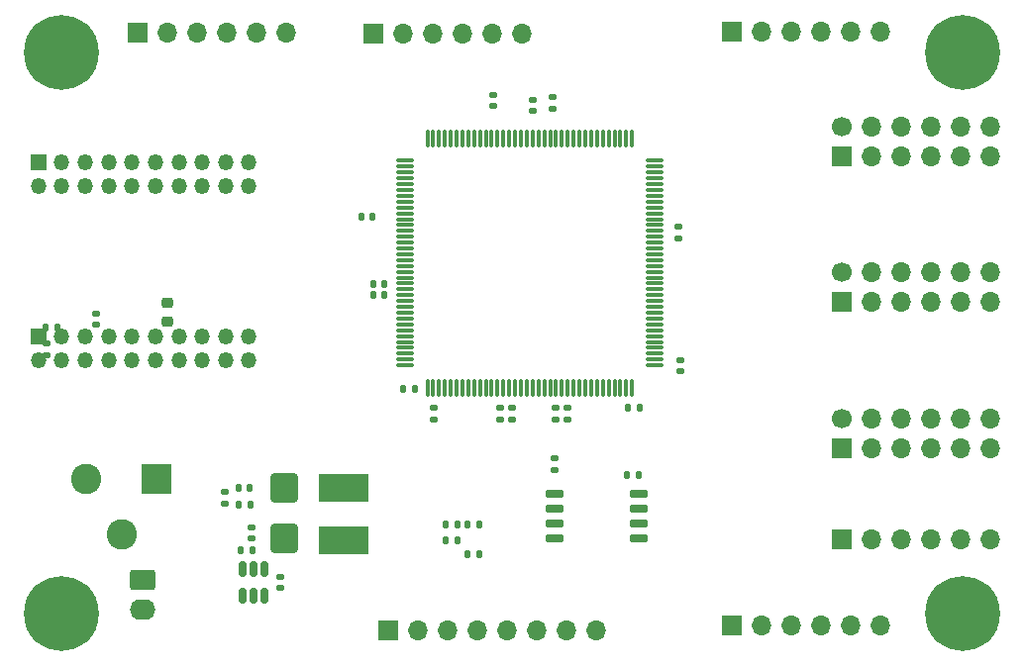
<source format=gbr>
%TF.GenerationSoftware,KiCad,Pcbnew,7.0.0*%
%TF.CreationDate,2023-03-27T16:14:08-06:00*%
%TF.ProjectId,FPGA_2,46504741-5f32-42e6-9b69-6361645f7063,rev?*%
%TF.SameCoordinates,Original*%
%TF.FileFunction,Soldermask,Bot*%
%TF.FilePolarity,Negative*%
%FSLAX46Y46*%
G04 Gerber Fmt 4.6, Leading zero omitted, Abs format (unit mm)*
G04 Created by KiCad (PCBNEW 7.0.0) date 2023-03-27 16:14:08*
%MOMM*%
%LPD*%
G01*
G04 APERTURE LIST*
G04 Aperture macros list*
%AMRoundRect*
0 Rectangle with rounded corners*
0 $1 Rounding radius*
0 $2 $3 $4 $5 $6 $7 $8 $9 X,Y pos of 4 corners*
0 Add a 4 corners polygon primitive as box body*
4,1,4,$2,$3,$4,$5,$6,$7,$8,$9,$2,$3,0*
0 Add four circle primitives for the rounded corners*
1,1,$1+$1,$2,$3*
1,1,$1+$1,$4,$5*
1,1,$1+$1,$6,$7*
1,1,$1+$1,$8,$9*
0 Add four rect primitives between the rounded corners*
20,1,$1+$1,$2,$3,$4,$5,0*
20,1,$1+$1,$4,$5,$6,$7,0*
20,1,$1+$1,$6,$7,$8,$9,0*
20,1,$1+$1,$8,$9,$2,$3,0*%
G04 Aperture macros list end*
%ADD10R,2.600000X2.600000*%
%ADD11C,2.600000*%
%ADD12R,1.700000X1.700000*%
%ADD13O,1.700000X1.700000*%
%ADD14C,1.700000*%
%ADD15R,1.350000X1.350000*%
%ADD16O,1.350000X1.350000*%
%ADD17RoundRect,0.250000X-0.845000X0.620000X-0.845000X-0.620000X0.845000X-0.620000X0.845000X0.620000X0*%
%ADD18O,2.190000X1.740000*%
%ADD19C,3.600000*%
%ADD20C,6.400000*%
%ADD21RoundRect,0.140000X0.140000X0.170000X-0.140000X0.170000X-0.140000X-0.170000X0.140000X-0.170000X0*%
%ADD22RoundRect,0.135000X0.135000X0.185000X-0.135000X0.185000X-0.135000X-0.185000X0.135000X-0.185000X0*%
%ADD23RoundRect,0.150000X0.150000X-0.512500X0.150000X0.512500X-0.150000X0.512500X-0.150000X-0.512500X0*%
%ADD24RoundRect,0.140000X-0.170000X0.140000X-0.170000X-0.140000X0.170000X-0.140000X0.170000X0.140000X0*%
%ADD25RoundRect,0.135000X-0.135000X-0.185000X0.135000X-0.185000X0.135000X0.185000X-0.135000X0.185000X0*%
%ADD26RoundRect,0.135000X0.185000X-0.135000X0.185000X0.135000X-0.185000X0.135000X-0.185000X-0.135000X0*%
%ADD27RoundRect,0.140000X-0.140000X-0.170000X0.140000X-0.170000X0.140000X0.170000X-0.140000X0.170000X0*%
%ADD28RoundRect,0.250000X0.900000X-1.000000X0.900000X1.000000X-0.900000X1.000000X-0.900000X-1.000000X0*%
%ADD29RoundRect,0.140000X0.170000X-0.140000X0.170000X0.140000X-0.170000X0.140000X-0.170000X-0.140000X0*%
%ADD30R,4.200000X2.400000*%
%ADD31RoundRect,0.225000X-0.250000X0.225000X-0.250000X-0.225000X0.250000X-0.225000X0.250000X0.225000X0*%
%ADD32RoundRect,0.075000X0.075000X-0.662500X0.075000X0.662500X-0.075000X0.662500X-0.075000X-0.662500X0*%
%ADD33RoundRect,0.075000X0.662500X-0.075000X0.662500X0.075000X-0.662500X0.075000X-0.662500X-0.075000X0*%
%ADD34RoundRect,0.150000X0.650000X0.150000X-0.650000X0.150000X-0.650000X-0.150000X0.650000X-0.150000X0*%
G04 APERTURE END LIST*
D10*
%TO.C,J10*%
X64375551Y-138049999D03*
D11*
X58375552Y-138050000D03*
X61375552Y-142750000D03*
%TD*%
D12*
%TO.C,J4*%
X122950551Y-110399999D03*
D13*
X125490551Y-110399999D03*
X128030551Y-110399999D03*
X130570551Y-110399999D03*
X133110551Y-110399999D03*
X135650551Y-110399999D03*
D14*
X122950552Y-107860000D03*
D13*
X125490551Y-107859999D03*
X128030551Y-107859999D03*
X130570551Y-107859999D03*
X133110551Y-107859999D03*
X135650551Y-107859999D03*
%TD*%
D12*
%TO.C,J11*%
X122950551Y-143224999D03*
D13*
X125490551Y-143224999D03*
X128030551Y-143224999D03*
X130570551Y-143224999D03*
X133110551Y-143224999D03*
X135650551Y-143224999D03*
%TD*%
D12*
%TO.C,J9*%
X122950551Y-135399999D03*
D13*
X125490551Y-135399999D03*
X128030551Y-135399999D03*
X130570551Y-135399999D03*
X133110551Y-135399999D03*
X135650551Y-135399999D03*
D14*
X122950552Y-132860000D03*
D13*
X125490551Y-132859999D03*
X128030551Y-132859999D03*
X130570551Y-132859999D03*
X133110551Y-132859999D03*
X135650551Y-132859999D03*
%TD*%
D15*
%TO.C,J8*%
X54275551Y-125849999D03*
D16*
X54275551Y-127849999D03*
X56275551Y-125849999D03*
X56275551Y-127849999D03*
X58275551Y-125849999D03*
X58275551Y-127849999D03*
X60275551Y-125849999D03*
X60275551Y-127849999D03*
X62275551Y-125849999D03*
X62275551Y-127849999D03*
X64275551Y-125849999D03*
X64275551Y-127849999D03*
X66275551Y-125849999D03*
X66275551Y-127849999D03*
X68275551Y-125849999D03*
X68275551Y-127849999D03*
X70275551Y-125849999D03*
X70275551Y-127849999D03*
X72275551Y-125849999D03*
X72275551Y-127849999D03*
%TD*%
D12*
%TO.C,J13*%
X84200551Y-150949999D03*
D13*
X86740551Y-150949999D03*
X89280551Y-150949999D03*
X91820551Y-150949999D03*
X94360551Y-150949999D03*
X96900551Y-150949999D03*
X99440551Y-150949999D03*
X101980551Y-150949999D03*
%TD*%
D12*
%TO.C,J1*%
X113550551Y-99724999D03*
D13*
X116090551Y-99724999D03*
X118630551Y-99724999D03*
X121170551Y-99724999D03*
X123710551Y-99724999D03*
X126250551Y-99724999D03*
%TD*%
D17*
%TO.C,J14*%
X63155552Y-146680000D03*
D18*
X63155551Y-149219999D03*
%TD*%
D12*
%TO.C,J12*%
X113550551Y-150524999D03*
D13*
X116090551Y-150524999D03*
X118630551Y-150524999D03*
X121170551Y-150524999D03*
X123710551Y-150524999D03*
X126250551Y-150524999D03*
%TD*%
D19*
%TO.C,H2*%
X133275552Y-101550000D03*
D20*
X133275552Y-101550000D03*
%TD*%
D19*
%TO.C,H4*%
X133275552Y-149550000D03*
D20*
X133275552Y-149550000D03*
%TD*%
D12*
%TO.C,J2*%
X62735551Y-99849999D03*
D13*
X65275551Y-99849999D03*
X67815551Y-99849999D03*
X70355551Y-99849999D03*
X72895551Y-99849999D03*
X75435551Y-99849999D03*
%TD*%
D12*
%TO.C,J3*%
X82950551Y-99924999D03*
D13*
X85490551Y-99924999D03*
X88030551Y-99924999D03*
X90570551Y-99924999D03*
X93110551Y-99924999D03*
X95650551Y-99924999D03*
%TD*%
D19*
%TO.C,H3*%
X56275552Y-149550000D03*
D20*
X56275552Y-149550000D03*
%TD*%
D12*
%TO.C,J7*%
X122950551Y-122899999D03*
D13*
X125490551Y-122899999D03*
X128030551Y-122899999D03*
X130570551Y-122899999D03*
X133110551Y-122899999D03*
X135650551Y-122899999D03*
D14*
X122950552Y-120360000D03*
D13*
X125490551Y-120359999D03*
X128030551Y-120359999D03*
X130570551Y-120359999D03*
X133110551Y-120359999D03*
X135650551Y-120359999D03*
%TD*%
D19*
%TO.C,H1*%
X56275552Y-101550000D03*
D20*
X56275552Y-101550000D03*
%TD*%
D15*
%TO.C,J5*%
X54275551Y-110949999D03*
D16*
X54275551Y-112949999D03*
X56275551Y-110949999D03*
X56275551Y-112949999D03*
X58275551Y-110949999D03*
X58275551Y-112949999D03*
X60275551Y-110949999D03*
X60275551Y-112949999D03*
X62275551Y-110949999D03*
X62275551Y-112949999D03*
X64275551Y-110949999D03*
X64275551Y-112949999D03*
X66275551Y-110949999D03*
X66275551Y-112949999D03*
X68275551Y-110949999D03*
X68275551Y-112949999D03*
X70275551Y-110949999D03*
X70275551Y-112949999D03*
X72275551Y-110949999D03*
X72275551Y-112949999D03*
%TD*%
D21*
%TO.C,C111*%
X105655552Y-131950000D03*
X104695552Y-131950000D03*
%TD*%
%TO.C,C106*%
X83855552Y-121350000D03*
X82895552Y-121350000D03*
%TD*%
D22*
%TO.C,R111*%
X91985552Y-144450000D03*
X90965552Y-144450000D03*
%TD*%
D23*
%TO.C,U103*%
X73625552Y-148003572D03*
X72675552Y-148003572D03*
X71725552Y-148003572D03*
X71725552Y-145728572D03*
X72675552Y-145728572D03*
X73625552Y-145728572D03*
%TD*%
D24*
%TO.C,C109*%
X59175552Y-123870000D03*
X59175552Y-124830000D03*
%TD*%
D21*
%TO.C,C117*%
X72355552Y-138750000D03*
X71395552Y-138750000D03*
%TD*%
D25*
%TO.C,R108*%
X90965552Y-141950000D03*
X91985552Y-141950000D03*
%TD*%
D24*
%TO.C,C110*%
X109175552Y-127870000D03*
X109175552Y-128830000D03*
%TD*%
D25*
%TO.C,R109*%
X89065552Y-141950000D03*
X90085552Y-141950000D03*
%TD*%
D26*
%TO.C,R104*%
X88075552Y-132960000D03*
X88075552Y-131940000D03*
%TD*%
D27*
%TO.C,C107*%
X82895552Y-122250000D03*
X83855552Y-122250000D03*
%TD*%
D22*
%TO.C,R105*%
X105585552Y-137650000D03*
X104565552Y-137650000D03*
%TD*%
D25*
%TO.C,R101*%
X54865552Y-125050000D03*
X55885552Y-125050000D03*
%TD*%
D24*
%TO.C,C116*%
X98375552Y-136270000D03*
X98375552Y-137230000D03*
%TD*%
D26*
%TO.C,R102*%
X54975552Y-127460000D03*
X54975552Y-126440000D03*
%TD*%
D28*
%TO.C,D101*%
X75275552Y-143116072D03*
X75275552Y-138816072D03*
%TD*%
D22*
%TO.C,R110*%
X90085552Y-143250000D03*
X89065552Y-143250000D03*
%TD*%
D29*
%TO.C,C118*%
X72475552Y-143130000D03*
X72475552Y-142170000D03*
%TD*%
%TO.C,C102*%
X96575552Y-106530000D03*
X96575552Y-105570000D03*
%TD*%
D24*
%TO.C,C115*%
X94775552Y-131970000D03*
X94775552Y-132930000D03*
%TD*%
D30*
%TO.C,L101*%
X80375551Y-143299999D03*
X80375551Y-138799999D03*
%TD*%
D31*
%TO.C,C108*%
X65275552Y-122975000D03*
X65275552Y-124525000D03*
%TD*%
D21*
%TO.C,C104*%
X82855552Y-115550000D03*
X81895552Y-115550000D03*
%TD*%
D26*
%TO.C,R107*%
X70175552Y-140160000D03*
X70175552Y-139140000D03*
%TD*%
D29*
%TO.C,C105*%
X108975552Y-117430000D03*
X108975552Y-116470000D03*
%TD*%
D25*
%TO.C,R112*%
X71565552Y-144150000D03*
X72585552Y-144150000D03*
%TD*%
D24*
%TO.C,C103*%
X93175552Y-105170000D03*
X93175552Y-106130000D03*
%TD*%
D29*
%TO.C,C112*%
X98475552Y-132930000D03*
X98475552Y-131970000D03*
%TD*%
%TO.C,C101*%
X98275552Y-106330000D03*
X98275552Y-105370000D03*
%TD*%
D22*
%TO.C,R106*%
X72385552Y-140250000D03*
X71365552Y-140250000D03*
%TD*%
%TO.C,R103*%
X86485552Y-130350000D03*
X85465552Y-130350000D03*
%TD*%
D24*
%TO.C,C113*%
X99475552Y-131970000D03*
X99475552Y-132930000D03*
%TD*%
D32*
%TO.C,U101*%
X105025552Y-130212500D03*
X104525552Y-130212500D03*
X104025552Y-130212500D03*
X103525552Y-130212500D03*
X103025552Y-130212500D03*
X102525552Y-130212500D03*
X102025552Y-130212500D03*
X101525552Y-130212500D03*
X101025552Y-130212500D03*
X100525552Y-130212500D03*
X100025552Y-130212500D03*
X99525552Y-130212500D03*
X99025552Y-130212500D03*
X98525552Y-130212500D03*
X98025552Y-130212500D03*
X97525552Y-130212500D03*
X97025552Y-130212500D03*
X96525552Y-130212500D03*
X96025552Y-130212500D03*
X95525552Y-130212500D03*
X95025552Y-130212500D03*
X94525552Y-130212500D03*
X94025552Y-130212500D03*
X93525552Y-130212500D03*
X93025552Y-130212500D03*
X92525552Y-130212500D03*
X92025552Y-130212500D03*
X91525552Y-130212500D03*
X91025552Y-130212500D03*
X90525552Y-130212500D03*
X90025552Y-130212500D03*
X89525552Y-130212500D03*
X89025552Y-130212500D03*
X88525552Y-130212500D03*
X88025552Y-130212500D03*
X87525552Y-130212500D03*
D33*
X85613052Y-128300000D03*
X85613052Y-127800000D03*
X85613052Y-127300000D03*
X85613052Y-126800000D03*
X85613052Y-126300000D03*
X85613052Y-125800000D03*
X85613052Y-125300000D03*
X85613052Y-124800000D03*
X85613052Y-124300000D03*
X85613052Y-123800000D03*
X85613052Y-123300000D03*
X85613052Y-122800000D03*
X85613052Y-122300000D03*
X85613052Y-121800000D03*
X85613052Y-121300000D03*
X85613052Y-120800000D03*
X85613052Y-120300000D03*
X85613052Y-119800000D03*
X85613052Y-119300000D03*
X85613052Y-118800000D03*
X85613052Y-118300000D03*
X85613052Y-117800000D03*
X85613052Y-117300000D03*
X85613052Y-116800000D03*
X85613052Y-116300000D03*
X85613052Y-115800000D03*
X85613052Y-115300000D03*
X85613052Y-114800000D03*
X85613052Y-114300000D03*
X85613052Y-113800000D03*
X85613052Y-113300000D03*
X85613052Y-112800000D03*
X85613052Y-112300000D03*
X85613052Y-111800000D03*
X85613052Y-111300000D03*
X85613052Y-110800000D03*
D32*
X87525552Y-108887500D03*
X88025552Y-108887500D03*
X88525552Y-108887500D03*
X89025552Y-108887500D03*
X89525552Y-108887500D03*
X90025552Y-108887500D03*
X90525552Y-108887500D03*
X91025552Y-108887500D03*
X91525552Y-108887500D03*
X92025552Y-108887500D03*
X92525552Y-108887500D03*
X93025552Y-108887500D03*
X93525552Y-108887500D03*
X94025552Y-108887500D03*
X94525552Y-108887500D03*
X95025552Y-108887500D03*
X95525552Y-108887500D03*
X96025552Y-108887500D03*
X96525552Y-108887500D03*
X97025552Y-108887500D03*
X97525552Y-108887500D03*
X98025552Y-108887500D03*
X98525552Y-108887500D03*
X99025552Y-108887500D03*
X99525552Y-108887500D03*
X100025552Y-108887500D03*
X100525552Y-108887500D03*
X101025552Y-108887500D03*
X101525552Y-108887500D03*
X102025552Y-108887500D03*
X102525552Y-108887500D03*
X103025552Y-108887500D03*
X103525552Y-108887500D03*
X104025552Y-108887500D03*
X104525552Y-108887500D03*
X105025552Y-108887500D03*
D33*
X106938052Y-110800000D03*
X106938052Y-111300000D03*
X106938052Y-111800000D03*
X106938052Y-112300000D03*
X106938052Y-112800000D03*
X106938052Y-113300000D03*
X106938052Y-113800000D03*
X106938052Y-114300000D03*
X106938052Y-114800000D03*
X106938052Y-115300000D03*
X106938052Y-115800000D03*
X106938052Y-116300000D03*
X106938052Y-116800000D03*
X106938052Y-117300000D03*
X106938052Y-117800000D03*
X106938052Y-118300000D03*
X106938052Y-118800000D03*
X106938052Y-119300000D03*
X106938052Y-119800000D03*
X106938052Y-120300000D03*
X106938052Y-120800000D03*
X106938052Y-121300000D03*
X106938052Y-121800000D03*
X106938052Y-122300000D03*
X106938052Y-122800000D03*
X106938052Y-123300000D03*
X106938052Y-123800000D03*
X106938052Y-124300000D03*
X106938052Y-124800000D03*
X106938052Y-125300000D03*
X106938052Y-125800000D03*
X106938052Y-126300000D03*
X106938052Y-126800000D03*
X106938052Y-127300000D03*
X106938052Y-127800000D03*
X106938052Y-128300000D03*
%TD*%
D24*
%TO.C,C114*%
X93775552Y-131970000D03*
X93775552Y-132930000D03*
%TD*%
%TO.C,C119*%
X74975552Y-146386072D03*
X74975552Y-147346072D03*
%TD*%
D34*
%TO.C,U102*%
X105625552Y-139295000D03*
X105625552Y-140565000D03*
X105625552Y-141835000D03*
X105625552Y-143105000D03*
X98425552Y-143105000D03*
X98425552Y-141835000D03*
X98425552Y-140565000D03*
X98425552Y-139295000D03*
%TD*%
M02*

</source>
